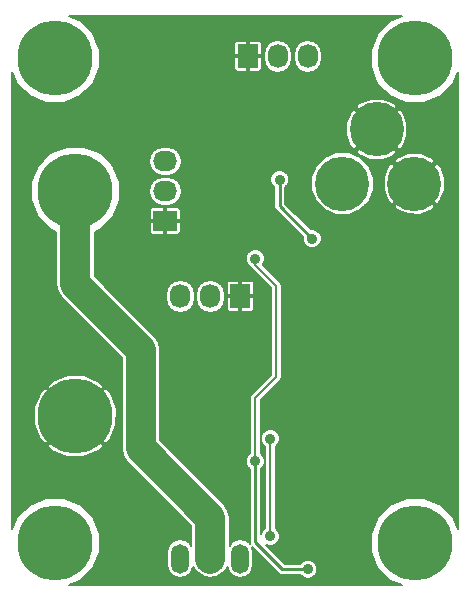
<source format=gbl>
G04 #@! TF.FileFunction,Copper,L2,Bot,Signal*
%FSLAX46Y46*%
G04 Gerber Fmt 4.6, Leading zero omitted, Abs format (unit mm)*
G04 Created by KiCad (PCBNEW 4.0.1-stable) date 2/13/2016 7:13:49 PM*
%MOMM*%
G01*
G04 APERTURE LIST*
%ADD10C,0.150000*%
%ADD11C,4.600000*%
%ADD12C,6.350000*%
%ADD13R,2.032000X1.727200*%
%ADD14O,2.032000X1.727200*%
%ADD15R,1.727200X2.032000*%
%ADD16O,1.727200X2.032000*%
%ADD17O,1.501140X2.499360*%
%ADD18C,0.889000*%
%ADD19C,0.203200*%
%ADD20C,2.540000*%
%ADD21C,0.635000*%
%ADD22C,0.254000*%
G04 APERTURE END LIST*
D10*
D11*
X34417000Y-14605000D03*
X28317000Y-14605000D03*
X31217000Y-10005000D03*
D12*
X4000000Y-4000000D03*
X4000000Y-45000000D03*
X34500000Y-4000000D03*
X34500000Y-45000000D03*
D13*
X13335000Y-17780000D03*
D14*
X13335000Y-15240000D03*
X13335000Y-12700000D03*
D15*
X20320000Y-3810000D03*
D16*
X22860000Y-3810000D03*
X25400000Y-3810000D03*
D17*
X17145000Y-46355000D03*
X19685000Y-46355000D03*
X14605000Y-46355000D03*
D15*
X19685000Y-24130000D03*
D16*
X17145000Y-24130000D03*
X14605000Y-24130000D03*
D12*
X5715000Y-15240000D03*
X5715000Y-34290000D03*
D18*
X29750000Y-34750000D03*
X6350000Y-8382000D03*
X16510000Y-6350000D03*
X26416000Y-35052000D03*
X36830000Y-27940000D03*
X31115000Y-20447000D03*
X31750000Y-30353000D03*
X13462000Y-6858000D03*
X26797000Y-27813000D03*
X19177000Y-36195000D03*
X20955000Y-15240000D03*
X22225000Y-44450000D03*
X22225000Y-36195000D03*
X23000000Y-14250000D03*
X25750000Y-19250000D03*
X25400000Y-47244000D03*
X20955000Y-38100000D03*
X20955000Y-20955000D03*
D19*
X22225000Y-44450000D02*
X22225000Y-36195000D01*
D20*
X17145000Y-46355000D02*
X17145000Y-42895000D01*
X11250000Y-37000000D02*
X11250000Y-28649000D01*
X17145000Y-42895000D02*
X11250000Y-37000000D01*
X5715000Y-15240000D02*
X5715000Y-23114000D01*
X5715000Y-23114000D02*
X11250000Y-28649000D01*
D21*
X5715000Y-16510000D02*
X5715000Y-15240000D01*
X17145000Y-46355000D02*
X17145000Y-45720000D01*
D22*
X23000000Y-16500000D02*
X23000000Y-14250000D01*
X25750000Y-19250000D02*
X23000000Y-16500000D01*
X20955000Y-38100000D02*
X20955000Y-44955000D01*
X23244000Y-47244000D02*
X25400000Y-47244000D01*
X20955000Y-44955000D02*
X23244000Y-47244000D01*
D19*
X20955000Y-38100000D02*
X20955000Y-32766000D01*
X20955000Y-21463000D02*
X20955000Y-20955000D01*
X22733000Y-23241000D02*
X20955000Y-21463000D01*
X22733000Y-30988000D02*
X22733000Y-23241000D01*
X20955000Y-32766000D02*
X22733000Y-30988000D01*
G36*
X32358997Y-789701D02*
X31293443Y-1853397D01*
X30716058Y-3243894D01*
X30714744Y-4749501D01*
X31289701Y-6141003D01*
X32353397Y-7206557D01*
X33743894Y-7783942D01*
X35249501Y-7785256D01*
X36641003Y-7210299D01*
X37706557Y-6146603D01*
X38120200Y-5150440D01*
X38120200Y-43851033D01*
X37710299Y-42858997D01*
X36646603Y-41793443D01*
X35256106Y-41216058D01*
X33750499Y-41214744D01*
X32358997Y-41789701D01*
X31293443Y-42853397D01*
X30716058Y-44243894D01*
X30714744Y-45749501D01*
X31289701Y-47141003D01*
X32353397Y-48206557D01*
X33349560Y-48620200D01*
X5148967Y-48620200D01*
X6141003Y-48210299D01*
X7206557Y-47146603D01*
X7783942Y-45756106D01*
X7785256Y-44250499D01*
X7210299Y-42858997D01*
X6146603Y-41793443D01*
X4756106Y-41216058D01*
X3250499Y-41214744D01*
X1858997Y-41789701D01*
X793443Y-42853397D01*
X379800Y-43849560D01*
X379800Y-36806971D01*
X3323752Y-36806971D01*
X3702130Y-37211723D01*
X4973446Y-37759612D01*
X6357656Y-37779284D01*
X7644028Y-37267744D01*
X7727870Y-37211723D01*
X8106248Y-36806971D01*
X5715000Y-34415724D01*
X3323752Y-36806971D01*
X379800Y-36806971D01*
X379800Y-34932656D01*
X2225716Y-34932656D01*
X2737256Y-36219028D01*
X2793277Y-36302870D01*
X3198029Y-36681248D01*
X5589276Y-34290000D01*
X5840724Y-34290000D01*
X8231971Y-36681248D01*
X8636723Y-36302870D01*
X9184612Y-35031554D01*
X9204284Y-33647344D01*
X8692744Y-32360972D01*
X8636723Y-32277130D01*
X8231971Y-31898752D01*
X5840724Y-34290000D01*
X5589276Y-34290000D01*
X3198029Y-31898752D01*
X2793277Y-32277130D01*
X2245388Y-33548446D01*
X2225716Y-34932656D01*
X379800Y-34932656D01*
X379800Y-31773029D01*
X3323752Y-31773029D01*
X5715000Y-34164276D01*
X8106248Y-31773029D01*
X7727870Y-31368277D01*
X6456554Y-30820388D01*
X5072344Y-30800716D01*
X3785972Y-31312256D01*
X3702130Y-31368277D01*
X3323752Y-31773029D01*
X379800Y-31773029D01*
X379800Y-15989501D01*
X1929744Y-15989501D01*
X2504701Y-17381003D01*
X3568397Y-18446557D01*
X4089400Y-18662896D01*
X4089400Y-23114000D01*
X4213141Y-23736091D01*
X4565527Y-24263473D01*
X9624400Y-29322346D01*
X9624400Y-37000000D01*
X9748141Y-37622091D01*
X10100527Y-38149473D01*
X15519400Y-43568346D01*
X15519400Y-45240142D01*
X15387180Y-45042261D01*
X15028313Y-44802473D01*
X14605000Y-44718271D01*
X14181687Y-44802473D01*
X13822820Y-45042261D01*
X13583032Y-45401128D01*
X13498830Y-45824441D01*
X13498830Y-46885559D01*
X13583032Y-47308872D01*
X13822820Y-47667739D01*
X14181687Y-47907527D01*
X14605000Y-47991729D01*
X15028313Y-47907527D01*
X15387180Y-47667739D01*
X15626968Y-47308872D01*
X15681534Y-47034549D01*
X15995527Y-47504473D01*
X16522910Y-47856859D01*
X16697972Y-47891681D01*
X16721687Y-47907527D01*
X17145000Y-47991729D01*
X17568313Y-47907527D01*
X17592028Y-47891681D01*
X17767090Y-47856859D01*
X18294473Y-47504473D01*
X18608466Y-47034549D01*
X18663032Y-47308872D01*
X18902820Y-47667739D01*
X19261687Y-47907527D01*
X19685000Y-47991729D01*
X20108313Y-47907527D01*
X20467180Y-47667739D01*
X20706968Y-47308872D01*
X20791170Y-46885559D01*
X20791170Y-45824441D01*
X20706968Y-45401128D01*
X20683488Y-45365988D01*
X22902750Y-47585250D01*
X23059317Y-47689864D01*
X23244000Y-47726600D01*
X24751233Y-47726600D01*
X24946188Y-47921896D01*
X25240152Y-48043961D01*
X25558452Y-48044239D01*
X25852628Y-47922687D01*
X26077896Y-47697812D01*
X26199961Y-47403848D01*
X26200239Y-47085548D01*
X26078687Y-46791372D01*
X25853812Y-46566104D01*
X25559848Y-46444039D01*
X25241548Y-46443761D01*
X24947372Y-46565313D01*
X24750942Y-46761400D01*
X23443900Y-46761400D01*
X21838237Y-45155737D01*
X22065152Y-45249961D01*
X22383452Y-45250239D01*
X22677628Y-45128687D01*
X22902896Y-44903812D01*
X23024961Y-44609848D01*
X23025239Y-44291548D01*
X22903687Y-43997372D01*
X22682200Y-43775498D01*
X22682200Y-36869123D01*
X22902896Y-36648812D01*
X23024961Y-36354848D01*
X23025239Y-36036548D01*
X22903687Y-35742372D01*
X22678812Y-35517104D01*
X22384848Y-35395039D01*
X22066548Y-35394761D01*
X21772372Y-35516313D01*
X21547104Y-35741188D01*
X21425039Y-36035152D01*
X21424761Y-36353452D01*
X21546313Y-36647628D01*
X21767800Y-36869502D01*
X21767800Y-43775877D01*
X21547104Y-43996188D01*
X21437600Y-44259902D01*
X21437600Y-38748767D01*
X21632896Y-38553812D01*
X21754961Y-38259848D01*
X21755239Y-37941548D01*
X21633687Y-37647372D01*
X21412200Y-37425498D01*
X21412200Y-32955378D01*
X23056289Y-31311289D01*
X23155398Y-31162963D01*
X23190200Y-30988000D01*
X23190200Y-23241000D01*
X23155398Y-23066037D01*
X23056289Y-22917711D01*
X21590106Y-21451528D01*
X21632896Y-21408812D01*
X21754961Y-21114848D01*
X21755239Y-20796548D01*
X21633687Y-20502372D01*
X21408812Y-20277104D01*
X21114848Y-20155039D01*
X20796548Y-20154761D01*
X20502372Y-20276313D01*
X20277104Y-20501188D01*
X20155039Y-20795152D01*
X20154761Y-21113452D01*
X20276313Y-21407628D01*
X20501188Y-21632896D01*
X20539979Y-21649004D01*
X20631711Y-21786289D01*
X22275800Y-23430378D01*
X22275800Y-30798622D01*
X20631711Y-32442711D01*
X20532602Y-32591037D01*
X20497800Y-32766000D01*
X20497800Y-37425877D01*
X20277104Y-37646188D01*
X20155039Y-37940152D01*
X20154761Y-38258452D01*
X20276313Y-38552628D01*
X20472400Y-38749058D01*
X20472400Y-44955000D01*
X20499328Y-45090373D01*
X20467180Y-45042261D01*
X20108313Y-44802473D01*
X19685000Y-44718271D01*
X19261687Y-44802473D01*
X18902820Y-45042261D01*
X18770600Y-45240142D01*
X18770600Y-42895000D01*
X18646859Y-42272910D01*
X18646859Y-42272909D01*
X18294473Y-41745527D01*
X12875600Y-36326654D01*
X12875600Y-28649000D01*
X12751859Y-28026910D01*
X12751859Y-28026909D01*
X12399473Y-27499527D01*
X8850675Y-23950729D01*
X13385800Y-23950729D01*
X13385800Y-24309271D01*
X13478606Y-24775839D01*
X13742895Y-25171376D01*
X14138432Y-25435665D01*
X14605000Y-25528471D01*
X15071568Y-25435665D01*
X15467105Y-25171376D01*
X15731394Y-24775839D01*
X15824200Y-24309271D01*
X15824200Y-23950729D01*
X15925800Y-23950729D01*
X15925800Y-24309271D01*
X16018606Y-24775839D01*
X16282895Y-25171376D01*
X16678432Y-25435665D01*
X17145000Y-25528471D01*
X17611568Y-25435665D01*
X18007105Y-25171376D01*
X18271394Y-24775839D01*
X18364200Y-24309271D01*
X18364200Y-24295100D01*
X18516600Y-24295100D01*
X18516600Y-25206628D01*
X18563003Y-25318655D01*
X18648744Y-25404397D01*
X18760771Y-25450800D01*
X19519900Y-25450800D01*
X19596100Y-25374600D01*
X19596100Y-24218900D01*
X19773900Y-24218900D01*
X19773900Y-25374600D01*
X19850100Y-25450800D01*
X20609229Y-25450800D01*
X20721256Y-25404397D01*
X20806997Y-25318655D01*
X20853400Y-25206628D01*
X20853400Y-24295100D01*
X20777200Y-24218900D01*
X19773900Y-24218900D01*
X19596100Y-24218900D01*
X18592800Y-24218900D01*
X18516600Y-24295100D01*
X18364200Y-24295100D01*
X18364200Y-23950729D01*
X18271394Y-23484161D01*
X18007105Y-23088624D01*
X17954347Y-23053372D01*
X18516600Y-23053372D01*
X18516600Y-23964900D01*
X18592800Y-24041100D01*
X19596100Y-24041100D01*
X19596100Y-22885400D01*
X19773900Y-22885400D01*
X19773900Y-24041100D01*
X20777200Y-24041100D01*
X20853400Y-23964900D01*
X20853400Y-23053372D01*
X20806997Y-22941345D01*
X20721256Y-22855603D01*
X20609229Y-22809200D01*
X19850100Y-22809200D01*
X19773900Y-22885400D01*
X19596100Y-22885400D01*
X19519900Y-22809200D01*
X18760771Y-22809200D01*
X18648744Y-22855603D01*
X18563003Y-22941345D01*
X18516600Y-23053372D01*
X17954347Y-23053372D01*
X17611568Y-22824335D01*
X17145000Y-22731529D01*
X16678432Y-22824335D01*
X16282895Y-23088624D01*
X16018606Y-23484161D01*
X15925800Y-23950729D01*
X15824200Y-23950729D01*
X15731394Y-23484161D01*
X15467105Y-23088624D01*
X15071568Y-22824335D01*
X14605000Y-22731529D01*
X14138432Y-22824335D01*
X13742895Y-23088624D01*
X13478606Y-23484161D01*
X13385800Y-23950729D01*
X8850675Y-23950729D01*
X7340600Y-22440654D01*
X7340600Y-18663259D01*
X7856003Y-18450299D01*
X8362084Y-17945100D01*
X12014200Y-17945100D01*
X12014200Y-18704229D01*
X12060603Y-18816256D01*
X12146345Y-18901997D01*
X12258372Y-18948400D01*
X13169900Y-18948400D01*
X13246100Y-18872200D01*
X13246100Y-17868900D01*
X13423900Y-17868900D01*
X13423900Y-18872200D01*
X13500100Y-18948400D01*
X14411628Y-18948400D01*
X14523655Y-18901997D01*
X14609397Y-18816256D01*
X14655800Y-18704229D01*
X14655800Y-17945100D01*
X14579600Y-17868900D01*
X13423900Y-17868900D01*
X13246100Y-17868900D01*
X12090400Y-17868900D01*
X12014200Y-17945100D01*
X8362084Y-17945100D01*
X8921557Y-17386603D01*
X9141977Y-16855771D01*
X12014200Y-16855771D01*
X12014200Y-17614900D01*
X12090400Y-17691100D01*
X13246100Y-17691100D01*
X13246100Y-16687800D01*
X13423900Y-16687800D01*
X13423900Y-17691100D01*
X14579600Y-17691100D01*
X14655800Y-17614900D01*
X14655800Y-16855771D01*
X14609397Y-16743744D01*
X14523655Y-16658003D01*
X14411628Y-16611600D01*
X13500100Y-16611600D01*
X13423900Y-16687800D01*
X13246100Y-16687800D01*
X13169900Y-16611600D01*
X12258372Y-16611600D01*
X12146345Y-16658003D01*
X12060603Y-16743744D01*
X12014200Y-16855771D01*
X9141977Y-16855771D01*
X9498942Y-15996106D01*
X9499601Y-15240000D01*
X11936529Y-15240000D01*
X12029335Y-15706568D01*
X12293624Y-16102105D01*
X12689161Y-16366394D01*
X13155729Y-16459200D01*
X13514271Y-16459200D01*
X13980839Y-16366394D01*
X14376376Y-16102105D01*
X14640665Y-15706568D01*
X14733471Y-15240000D01*
X14640665Y-14773432D01*
X14396794Y-14408452D01*
X22199761Y-14408452D01*
X22321313Y-14702628D01*
X22517400Y-14899058D01*
X22517400Y-16500000D01*
X22554136Y-16684683D01*
X22658750Y-16841250D01*
X24950002Y-19132502D01*
X24949761Y-19408452D01*
X25071313Y-19702628D01*
X25296188Y-19927896D01*
X25590152Y-20049961D01*
X25908452Y-20050239D01*
X26202628Y-19928687D01*
X26427896Y-19703812D01*
X26549961Y-19409848D01*
X26550239Y-19091548D01*
X26428687Y-18797372D01*
X26203812Y-18572104D01*
X25909848Y-18450039D01*
X25632297Y-18449797D01*
X23482600Y-16300100D01*
X23482600Y-15130914D01*
X25660940Y-15130914D01*
X26064379Y-16107311D01*
X26810760Y-16854995D01*
X27786451Y-17260138D01*
X28842914Y-17261060D01*
X29819311Y-16857621D01*
X30186719Y-16490853D01*
X32656871Y-16490853D01*
X32928738Y-16804663D01*
X33883799Y-17206757D01*
X34920036Y-17212757D01*
X35879690Y-16821750D01*
X35905262Y-16804663D01*
X36177129Y-16490853D01*
X34417000Y-14730724D01*
X32656871Y-16490853D01*
X30186719Y-16490853D01*
X30566995Y-16111240D01*
X30972138Y-15135549D01*
X30972162Y-15108036D01*
X31809243Y-15108036D01*
X32200250Y-16067690D01*
X32217337Y-16093262D01*
X32531147Y-16365129D01*
X34291276Y-14605000D01*
X34542724Y-14605000D01*
X36302853Y-16365129D01*
X36616663Y-16093262D01*
X37018757Y-15138201D01*
X37024757Y-14101964D01*
X36633750Y-13142310D01*
X36616663Y-13116738D01*
X36302853Y-12844871D01*
X34542724Y-14605000D01*
X34291276Y-14605000D01*
X32531147Y-12844871D01*
X32217337Y-13116738D01*
X31815243Y-14071799D01*
X31809243Y-15108036D01*
X30972162Y-15108036D01*
X30973060Y-14079086D01*
X30569621Y-13102689D01*
X30186748Y-12719147D01*
X32656871Y-12719147D01*
X34417000Y-14479276D01*
X36177129Y-12719147D01*
X35905262Y-12405337D01*
X34950201Y-12003243D01*
X33913964Y-11997243D01*
X32954310Y-12388250D01*
X32928738Y-12405337D01*
X32656871Y-12719147D01*
X30186748Y-12719147D01*
X29823240Y-12355005D01*
X28847549Y-11949862D01*
X27791086Y-11948940D01*
X26814689Y-12352379D01*
X26067005Y-13098760D01*
X25661862Y-14074451D01*
X25660940Y-15130914D01*
X23482600Y-15130914D01*
X23482600Y-14898767D01*
X23677896Y-14703812D01*
X23799961Y-14409848D01*
X23800239Y-14091548D01*
X23678687Y-13797372D01*
X23453812Y-13572104D01*
X23159848Y-13450039D01*
X22841548Y-13449761D01*
X22547372Y-13571313D01*
X22322104Y-13796188D01*
X22200039Y-14090152D01*
X22199761Y-14408452D01*
X14396794Y-14408452D01*
X14376376Y-14377895D01*
X13980839Y-14113606D01*
X13514271Y-14020800D01*
X13155729Y-14020800D01*
X12689161Y-14113606D01*
X12293624Y-14377895D01*
X12029335Y-14773432D01*
X11936529Y-15240000D01*
X9499601Y-15240000D01*
X9500256Y-14490499D01*
X8925299Y-13098997D01*
X8526998Y-12700000D01*
X11936529Y-12700000D01*
X12029335Y-13166568D01*
X12293624Y-13562105D01*
X12689161Y-13826394D01*
X13155729Y-13919200D01*
X13514271Y-13919200D01*
X13980839Y-13826394D01*
X14376376Y-13562105D01*
X14640665Y-13166568D01*
X14733471Y-12700000D01*
X14640665Y-12233432D01*
X14411762Y-11890853D01*
X29456871Y-11890853D01*
X29728738Y-12204663D01*
X30683799Y-12606757D01*
X31720036Y-12612757D01*
X32679690Y-12221750D01*
X32705262Y-12204663D01*
X32977129Y-11890853D01*
X31217000Y-10130724D01*
X29456871Y-11890853D01*
X14411762Y-11890853D01*
X14376376Y-11837895D01*
X13980839Y-11573606D01*
X13514271Y-11480800D01*
X13155729Y-11480800D01*
X12689161Y-11573606D01*
X12293624Y-11837895D01*
X12029335Y-12233432D01*
X11936529Y-12700000D01*
X8526998Y-12700000D01*
X7861603Y-12033443D01*
X6471106Y-11456058D01*
X4965499Y-11454744D01*
X3573997Y-12029701D01*
X2508443Y-13093397D01*
X1931058Y-14483894D01*
X1929744Y-15989501D01*
X379800Y-15989501D01*
X379800Y-10508036D01*
X28609243Y-10508036D01*
X29000250Y-11467690D01*
X29017337Y-11493262D01*
X29331147Y-11765129D01*
X31091276Y-10005000D01*
X31342724Y-10005000D01*
X33102853Y-11765129D01*
X33416663Y-11493262D01*
X33818757Y-10538201D01*
X33824757Y-9501964D01*
X33433750Y-8542310D01*
X33416663Y-8516738D01*
X33102853Y-8244871D01*
X31342724Y-10005000D01*
X31091276Y-10005000D01*
X29331147Y-8244871D01*
X29017337Y-8516738D01*
X28615243Y-9471799D01*
X28609243Y-10508036D01*
X379800Y-10508036D01*
X379800Y-8119147D01*
X29456871Y-8119147D01*
X31217000Y-9879276D01*
X32977129Y-8119147D01*
X32705262Y-7805337D01*
X31750201Y-7403243D01*
X30713964Y-7397243D01*
X29754310Y-7788250D01*
X29728738Y-7805337D01*
X29456871Y-8119147D01*
X379800Y-8119147D01*
X379800Y-5148967D01*
X789701Y-6141003D01*
X1853397Y-7206557D01*
X3243894Y-7783942D01*
X4749501Y-7785256D01*
X6141003Y-7210299D01*
X7206557Y-6146603D01*
X7783942Y-4756106D01*
X7784623Y-3975100D01*
X19151600Y-3975100D01*
X19151600Y-4886628D01*
X19198003Y-4998655D01*
X19283744Y-5084397D01*
X19395771Y-5130800D01*
X20154900Y-5130800D01*
X20231100Y-5054600D01*
X20231100Y-3898900D01*
X20408900Y-3898900D01*
X20408900Y-5054600D01*
X20485100Y-5130800D01*
X21244229Y-5130800D01*
X21356256Y-5084397D01*
X21441997Y-4998655D01*
X21488400Y-4886628D01*
X21488400Y-3975100D01*
X21412200Y-3898900D01*
X20408900Y-3898900D01*
X20231100Y-3898900D01*
X19227800Y-3898900D01*
X19151600Y-3975100D01*
X7784623Y-3975100D01*
X7785256Y-3250499D01*
X7571584Y-2733372D01*
X19151600Y-2733372D01*
X19151600Y-3644900D01*
X19227800Y-3721100D01*
X20231100Y-3721100D01*
X20231100Y-2565400D01*
X20408900Y-2565400D01*
X20408900Y-3721100D01*
X21412200Y-3721100D01*
X21488400Y-3644900D01*
X21488400Y-3630729D01*
X21640800Y-3630729D01*
X21640800Y-3989271D01*
X21733606Y-4455839D01*
X21997895Y-4851376D01*
X22393432Y-5115665D01*
X22860000Y-5208471D01*
X23326568Y-5115665D01*
X23722105Y-4851376D01*
X23986394Y-4455839D01*
X24079200Y-3989271D01*
X24079200Y-3630729D01*
X24180800Y-3630729D01*
X24180800Y-3989271D01*
X24273606Y-4455839D01*
X24537895Y-4851376D01*
X24933432Y-5115665D01*
X25400000Y-5208471D01*
X25866568Y-5115665D01*
X26262105Y-4851376D01*
X26526394Y-4455839D01*
X26619200Y-3989271D01*
X26619200Y-3630729D01*
X26526394Y-3164161D01*
X26262105Y-2768624D01*
X25866568Y-2504335D01*
X25400000Y-2411529D01*
X24933432Y-2504335D01*
X24537895Y-2768624D01*
X24273606Y-3164161D01*
X24180800Y-3630729D01*
X24079200Y-3630729D01*
X23986394Y-3164161D01*
X23722105Y-2768624D01*
X23326568Y-2504335D01*
X22860000Y-2411529D01*
X22393432Y-2504335D01*
X21997895Y-2768624D01*
X21733606Y-3164161D01*
X21640800Y-3630729D01*
X21488400Y-3630729D01*
X21488400Y-2733372D01*
X21441997Y-2621345D01*
X21356256Y-2535603D01*
X21244229Y-2489200D01*
X20485100Y-2489200D01*
X20408900Y-2565400D01*
X20231100Y-2565400D01*
X20154900Y-2489200D01*
X19395771Y-2489200D01*
X19283744Y-2535603D01*
X19198003Y-2621345D01*
X19151600Y-2733372D01*
X7571584Y-2733372D01*
X7210299Y-1858997D01*
X6146603Y-793443D01*
X5150440Y-379800D01*
X33351033Y-379800D01*
X32358997Y-789701D01*
X32358997Y-789701D01*
G37*
X32358997Y-789701D02*
X31293443Y-1853397D01*
X30716058Y-3243894D01*
X30714744Y-4749501D01*
X31289701Y-6141003D01*
X32353397Y-7206557D01*
X33743894Y-7783942D01*
X35249501Y-7785256D01*
X36641003Y-7210299D01*
X37706557Y-6146603D01*
X38120200Y-5150440D01*
X38120200Y-43851033D01*
X37710299Y-42858997D01*
X36646603Y-41793443D01*
X35256106Y-41216058D01*
X33750499Y-41214744D01*
X32358997Y-41789701D01*
X31293443Y-42853397D01*
X30716058Y-44243894D01*
X30714744Y-45749501D01*
X31289701Y-47141003D01*
X32353397Y-48206557D01*
X33349560Y-48620200D01*
X5148967Y-48620200D01*
X6141003Y-48210299D01*
X7206557Y-47146603D01*
X7783942Y-45756106D01*
X7785256Y-44250499D01*
X7210299Y-42858997D01*
X6146603Y-41793443D01*
X4756106Y-41216058D01*
X3250499Y-41214744D01*
X1858997Y-41789701D01*
X793443Y-42853397D01*
X379800Y-43849560D01*
X379800Y-36806971D01*
X3323752Y-36806971D01*
X3702130Y-37211723D01*
X4973446Y-37759612D01*
X6357656Y-37779284D01*
X7644028Y-37267744D01*
X7727870Y-37211723D01*
X8106248Y-36806971D01*
X5715000Y-34415724D01*
X3323752Y-36806971D01*
X379800Y-36806971D01*
X379800Y-34932656D01*
X2225716Y-34932656D01*
X2737256Y-36219028D01*
X2793277Y-36302870D01*
X3198029Y-36681248D01*
X5589276Y-34290000D01*
X5840724Y-34290000D01*
X8231971Y-36681248D01*
X8636723Y-36302870D01*
X9184612Y-35031554D01*
X9204284Y-33647344D01*
X8692744Y-32360972D01*
X8636723Y-32277130D01*
X8231971Y-31898752D01*
X5840724Y-34290000D01*
X5589276Y-34290000D01*
X3198029Y-31898752D01*
X2793277Y-32277130D01*
X2245388Y-33548446D01*
X2225716Y-34932656D01*
X379800Y-34932656D01*
X379800Y-31773029D01*
X3323752Y-31773029D01*
X5715000Y-34164276D01*
X8106248Y-31773029D01*
X7727870Y-31368277D01*
X6456554Y-30820388D01*
X5072344Y-30800716D01*
X3785972Y-31312256D01*
X3702130Y-31368277D01*
X3323752Y-31773029D01*
X379800Y-31773029D01*
X379800Y-15989501D01*
X1929744Y-15989501D01*
X2504701Y-17381003D01*
X3568397Y-18446557D01*
X4089400Y-18662896D01*
X4089400Y-23114000D01*
X4213141Y-23736091D01*
X4565527Y-24263473D01*
X9624400Y-29322346D01*
X9624400Y-37000000D01*
X9748141Y-37622091D01*
X10100527Y-38149473D01*
X15519400Y-43568346D01*
X15519400Y-45240142D01*
X15387180Y-45042261D01*
X15028313Y-44802473D01*
X14605000Y-44718271D01*
X14181687Y-44802473D01*
X13822820Y-45042261D01*
X13583032Y-45401128D01*
X13498830Y-45824441D01*
X13498830Y-46885559D01*
X13583032Y-47308872D01*
X13822820Y-47667739D01*
X14181687Y-47907527D01*
X14605000Y-47991729D01*
X15028313Y-47907527D01*
X15387180Y-47667739D01*
X15626968Y-47308872D01*
X15681534Y-47034549D01*
X15995527Y-47504473D01*
X16522910Y-47856859D01*
X16697972Y-47891681D01*
X16721687Y-47907527D01*
X17145000Y-47991729D01*
X17568313Y-47907527D01*
X17592028Y-47891681D01*
X17767090Y-47856859D01*
X18294473Y-47504473D01*
X18608466Y-47034549D01*
X18663032Y-47308872D01*
X18902820Y-47667739D01*
X19261687Y-47907527D01*
X19685000Y-47991729D01*
X20108313Y-47907527D01*
X20467180Y-47667739D01*
X20706968Y-47308872D01*
X20791170Y-46885559D01*
X20791170Y-45824441D01*
X20706968Y-45401128D01*
X20683488Y-45365988D01*
X22902750Y-47585250D01*
X23059317Y-47689864D01*
X23244000Y-47726600D01*
X24751233Y-47726600D01*
X24946188Y-47921896D01*
X25240152Y-48043961D01*
X25558452Y-48044239D01*
X25852628Y-47922687D01*
X26077896Y-47697812D01*
X26199961Y-47403848D01*
X26200239Y-47085548D01*
X26078687Y-46791372D01*
X25853812Y-46566104D01*
X25559848Y-46444039D01*
X25241548Y-46443761D01*
X24947372Y-46565313D01*
X24750942Y-46761400D01*
X23443900Y-46761400D01*
X21838237Y-45155737D01*
X22065152Y-45249961D01*
X22383452Y-45250239D01*
X22677628Y-45128687D01*
X22902896Y-44903812D01*
X23024961Y-44609848D01*
X23025239Y-44291548D01*
X22903687Y-43997372D01*
X22682200Y-43775498D01*
X22682200Y-36869123D01*
X22902896Y-36648812D01*
X23024961Y-36354848D01*
X23025239Y-36036548D01*
X22903687Y-35742372D01*
X22678812Y-35517104D01*
X22384848Y-35395039D01*
X22066548Y-35394761D01*
X21772372Y-35516313D01*
X21547104Y-35741188D01*
X21425039Y-36035152D01*
X21424761Y-36353452D01*
X21546313Y-36647628D01*
X21767800Y-36869502D01*
X21767800Y-43775877D01*
X21547104Y-43996188D01*
X21437600Y-44259902D01*
X21437600Y-38748767D01*
X21632896Y-38553812D01*
X21754961Y-38259848D01*
X21755239Y-37941548D01*
X21633687Y-37647372D01*
X21412200Y-37425498D01*
X21412200Y-32955378D01*
X23056289Y-31311289D01*
X23155398Y-31162963D01*
X23190200Y-30988000D01*
X23190200Y-23241000D01*
X23155398Y-23066037D01*
X23056289Y-22917711D01*
X21590106Y-21451528D01*
X21632896Y-21408812D01*
X21754961Y-21114848D01*
X21755239Y-20796548D01*
X21633687Y-20502372D01*
X21408812Y-20277104D01*
X21114848Y-20155039D01*
X20796548Y-20154761D01*
X20502372Y-20276313D01*
X20277104Y-20501188D01*
X20155039Y-20795152D01*
X20154761Y-21113452D01*
X20276313Y-21407628D01*
X20501188Y-21632896D01*
X20539979Y-21649004D01*
X20631711Y-21786289D01*
X22275800Y-23430378D01*
X22275800Y-30798622D01*
X20631711Y-32442711D01*
X20532602Y-32591037D01*
X20497800Y-32766000D01*
X20497800Y-37425877D01*
X20277104Y-37646188D01*
X20155039Y-37940152D01*
X20154761Y-38258452D01*
X20276313Y-38552628D01*
X20472400Y-38749058D01*
X20472400Y-44955000D01*
X20499328Y-45090373D01*
X20467180Y-45042261D01*
X20108313Y-44802473D01*
X19685000Y-44718271D01*
X19261687Y-44802473D01*
X18902820Y-45042261D01*
X18770600Y-45240142D01*
X18770600Y-42895000D01*
X18646859Y-42272910D01*
X18646859Y-42272909D01*
X18294473Y-41745527D01*
X12875600Y-36326654D01*
X12875600Y-28649000D01*
X12751859Y-28026910D01*
X12751859Y-28026909D01*
X12399473Y-27499527D01*
X8850675Y-23950729D01*
X13385800Y-23950729D01*
X13385800Y-24309271D01*
X13478606Y-24775839D01*
X13742895Y-25171376D01*
X14138432Y-25435665D01*
X14605000Y-25528471D01*
X15071568Y-25435665D01*
X15467105Y-25171376D01*
X15731394Y-24775839D01*
X15824200Y-24309271D01*
X15824200Y-23950729D01*
X15925800Y-23950729D01*
X15925800Y-24309271D01*
X16018606Y-24775839D01*
X16282895Y-25171376D01*
X16678432Y-25435665D01*
X17145000Y-25528471D01*
X17611568Y-25435665D01*
X18007105Y-25171376D01*
X18271394Y-24775839D01*
X18364200Y-24309271D01*
X18364200Y-24295100D01*
X18516600Y-24295100D01*
X18516600Y-25206628D01*
X18563003Y-25318655D01*
X18648744Y-25404397D01*
X18760771Y-25450800D01*
X19519900Y-25450800D01*
X19596100Y-25374600D01*
X19596100Y-24218900D01*
X19773900Y-24218900D01*
X19773900Y-25374600D01*
X19850100Y-25450800D01*
X20609229Y-25450800D01*
X20721256Y-25404397D01*
X20806997Y-25318655D01*
X20853400Y-25206628D01*
X20853400Y-24295100D01*
X20777200Y-24218900D01*
X19773900Y-24218900D01*
X19596100Y-24218900D01*
X18592800Y-24218900D01*
X18516600Y-24295100D01*
X18364200Y-24295100D01*
X18364200Y-23950729D01*
X18271394Y-23484161D01*
X18007105Y-23088624D01*
X17954347Y-23053372D01*
X18516600Y-23053372D01*
X18516600Y-23964900D01*
X18592800Y-24041100D01*
X19596100Y-24041100D01*
X19596100Y-22885400D01*
X19773900Y-22885400D01*
X19773900Y-24041100D01*
X20777200Y-24041100D01*
X20853400Y-23964900D01*
X20853400Y-23053372D01*
X20806997Y-22941345D01*
X20721256Y-22855603D01*
X20609229Y-22809200D01*
X19850100Y-22809200D01*
X19773900Y-22885400D01*
X19596100Y-22885400D01*
X19519900Y-22809200D01*
X18760771Y-22809200D01*
X18648744Y-22855603D01*
X18563003Y-22941345D01*
X18516600Y-23053372D01*
X17954347Y-23053372D01*
X17611568Y-22824335D01*
X17145000Y-22731529D01*
X16678432Y-22824335D01*
X16282895Y-23088624D01*
X16018606Y-23484161D01*
X15925800Y-23950729D01*
X15824200Y-23950729D01*
X15731394Y-23484161D01*
X15467105Y-23088624D01*
X15071568Y-22824335D01*
X14605000Y-22731529D01*
X14138432Y-22824335D01*
X13742895Y-23088624D01*
X13478606Y-23484161D01*
X13385800Y-23950729D01*
X8850675Y-23950729D01*
X7340600Y-22440654D01*
X7340600Y-18663259D01*
X7856003Y-18450299D01*
X8362084Y-17945100D01*
X12014200Y-17945100D01*
X12014200Y-18704229D01*
X12060603Y-18816256D01*
X12146345Y-18901997D01*
X12258372Y-18948400D01*
X13169900Y-18948400D01*
X13246100Y-18872200D01*
X13246100Y-17868900D01*
X13423900Y-17868900D01*
X13423900Y-18872200D01*
X13500100Y-18948400D01*
X14411628Y-18948400D01*
X14523655Y-18901997D01*
X14609397Y-18816256D01*
X14655800Y-18704229D01*
X14655800Y-17945100D01*
X14579600Y-17868900D01*
X13423900Y-17868900D01*
X13246100Y-17868900D01*
X12090400Y-17868900D01*
X12014200Y-17945100D01*
X8362084Y-17945100D01*
X8921557Y-17386603D01*
X9141977Y-16855771D01*
X12014200Y-16855771D01*
X12014200Y-17614900D01*
X12090400Y-17691100D01*
X13246100Y-17691100D01*
X13246100Y-16687800D01*
X13423900Y-16687800D01*
X13423900Y-17691100D01*
X14579600Y-17691100D01*
X14655800Y-17614900D01*
X14655800Y-16855771D01*
X14609397Y-16743744D01*
X14523655Y-16658003D01*
X14411628Y-16611600D01*
X13500100Y-16611600D01*
X13423900Y-16687800D01*
X13246100Y-16687800D01*
X13169900Y-16611600D01*
X12258372Y-16611600D01*
X12146345Y-16658003D01*
X12060603Y-16743744D01*
X12014200Y-16855771D01*
X9141977Y-16855771D01*
X9498942Y-15996106D01*
X9499601Y-15240000D01*
X11936529Y-15240000D01*
X12029335Y-15706568D01*
X12293624Y-16102105D01*
X12689161Y-16366394D01*
X13155729Y-16459200D01*
X13514271Y-16459200D01*
X13980839Y-16366394D01*
X14376376Y-16102105D01*
X14640665Y-15706568D01*
X14733471Y-15240000D01*
X14640665Y-14773432D01*
X14396794Y-14408452D01*
X22199761Y-14408452D01*
X22321313Y-14702628D01*
X22517400Y-14899058D01*
X22517400Y-16500000D01*
X22554136Y-16684683D01*
X22658750Y-16841250D01*
X24950002Y-19132502D01*
X24949761Y-19408452D01*
X25071313Y-19702628D01*
X25296188Y-19927896D01*
X25590152Y-20049961D01*
X25908452Y-20050239D01*
X26202628Y-19928687D01*
X26427896Y-19703812D01*
X26549961Y-19409848D01*
X26550239Y-19091548D01*
X26428687Y-18797372D01*
X26203812Y-18572104D01*
X25909848Y-18450039D01*
X25632297Y-18449797D01*
X23482600Y-16300100D01*
X23482600Y-15130914D01*
X25660940Y-15130914D01*
X26064379Y-16107311D01*
X26810760Y-16854995D01*
X27786451Y-17260138D01*
X28842914Y-17261060D01*
X29819311Y-16857621D01*
X30186719Y-16490853D01*
X32656871Y-16490853D01*
X32928738Y-16804663D01*
X33883799Y-17206757D01*
X34920036Y-17212757D01*
X35879690Y-16821750D01*
X35905262Y-16804663D01*
X36177129Y-16490853D01*
X34417000Y-14730724D01*
X32656871Y-16490853D01*
X30186719Y-16490853D01*
X30566995Y-16111240D01*
X30972138Y-15135549D01*
X30972162Y-15108036D01*
X31809243Y-15108036D01*
X32200250Y-16067690D01*
X32217337Y-16093262D01*
X32531147Y-16365129D01*
X34291276Y-14605000D01*
X34542724Y-14605000D01*
X36302853Y-16365129D01*
X36616663Y-16093262D01*
X37018757Y-15138201D01*
X37024757Y-14101964D01*
X36633750Y-13142310D01*
X36616663Y-13116738D01*
X36302853Y-12844871D01*
X34542724Y-14605000D01*
X34291276Y-14605000D01*
X32531147Y-12844871D01*
X32217337Y-13116738D01*
X31815243Y-14071799D01*
X31809243Y-15108036D01*
X30972162Y-15108036D01*
X30973060Y-14079086D01*
X30569621Y-13102689D01*
X30186748Y-12719147D01*
X32656871Y-12719147D01*
X34417000Y-14479276D01*
X36177129Y-12719147D01*
X35905262Y-12405337D01*
X34950201Y-12003243D01*
X33913964Y-11997243D01*
X32954310Y-12388250D01*
X32928738Y-12405337D01*
X32656871Y-12719147D01*
X30186748Y-12719147D01*
X29823240Y-12355005D01*
X28847549Y-11949862D01*
X27791086Y-11948940D01*
X26814689Y-12352379D01*
X26067005Y-13098760D01*
X25661862Y-14074451D01*
X25660940Y-15130914D01*
X23482600Y-15130914D01*
X23482600Y-14898767D01*
X23677896Y-14703812D01*
X23799961Y-14409848D01*
X23800239Y-14091548D01*
X23678687Y-13797372D01*
X23453812Y-13572104D01*
X23159848Y-13450039D01*
X22841548Y-13449761D01*
X22547372Y-13571313D01*
X22322104Y-13796188D01*
X22200039Y-14090152D01*
X22199761Y-14408452D01*
X14396794Y-14408452D01*
X14376376Y-14377895D01*
X13980839Y-14113606D01*
X13514271Y-14020800D01*
X13155729Y-14020800D01*
X12689161Y-14113606D01*
X12293624Y-14377895D01*
X12029335Y-14773432D01*
X11936529Y-15240000D01*
X9499601Y-15240000D01*
X9500256Y-14490499D01*
X8925299Y-13098997D01*
X8526998Y-12700000D01*
X11936529Y-12700000D01*
X12029335Y-13166568D01*
X12293624Y-13562105D01*
X12689161Y-13826394D01*
X13155729Y-13919200D01*
X13514271Y-13919200D01*
X13980839Y-13826394D01*
X14376376Y-13562105D01*
X14640665Y-13166568D01*
X14733471Y-12700000D01*
X14640665Y-12233432D01*
X14411762Y-11890853D01*
X29456871Y-11890853D01*
X29728738Y-12204663D01*
X30683799Y-12606757D01*
X31720036Y-12612757D01*
X32679690Y-12221750D01*
X32705262Y-12204663D01*
X32977129Y-11890853D01*
X31217000Y-10130724D01*
X29456871Y-11890853D01*
X14411762Y-11890853D01*
X14376376Y-11837895D01*
X13980839Y-11573606D01*
X13514271Y-11480800D01*
X13155729Y-11480800D01*
X12689161Y-11573606D01*
X12293624Y-11837895D01*
X12029335Y-12233432D01*
X11936529Y-12700000D01*
X8526998Y-12700000D01*
X7861603Y-12033443D01*
X6471106Y-11456058D01*
X4965499Y-11454744D01*
X3573997Y-12029701D01*
X2508443Y-13093397D01*
X1931058Y-14483894D01*
X1929744Y-15989501D01*
X379800Y-15989501D01*
X379800Y-10508036D01*
X28609243Y-10508036D01*
X29000250Y-11467690D01*
X29017337Y-11493262D01*
X29331147Y-11765129D01*
X31091276Y-10005000D01*
X31342724Y-10005000D01*
X33102853Y-11765129D01*
X33416663Y-11493262D01*
X33818757Y-10538201D01*
X33824757Y-9501964D01*
X33433750Y-8542310D01*
X33416663Y-8516738D01*
X33102853Y-8244871D01*
X31342724Y-10005000D01*
X31091276Y-10005000D01*
X29331147Y-8244871D01*
X29017337Y-8516738D01*
X28615243Y-9471799D01*
X28609243Y-10508036D01*
X379800Y-10508036D01*
X379800Y-8119147D01*
X29456871Y-8119147D01*
X31217000Y-9879276D01*
X32977129Y-8119147D01*
X32705262Y-7805337D01*
X31750201Y-7403243D01*
X30713964Y-7397243D01*
X29754310Y-7788250D01*
X29728738Y-7805337D01*
X29456871Y-8119147D01*
X379800Y-8119147D01*
X379800Y-5148967D01*
X789701Y-6141003D01*
X1853397Y-7206557D01*
X3243894Y-7783942D01*
X4749501Y-7785256D01*
X6141003Y-7210299D01*
X7206557Y-6146603D01*
X7783942Y-4756106D01*
X7784623Y-3975100D01*
X19151600Y-3975100D01*
X19151600Y-4886628D01*
X19198003Y-4998655D01*
X19283744Y-5084397D01*
X19395771Y-5130800D01*
X20154900Y-5130800D01*
X20231100Y-5054600D01*
X20231100Y-3898900D01*
X20408900Y-3898900D01*
X20408900Y-5054600D01*
X20485100Y-5130800D01*
X21244229Y-5130800D01*
X21356256Y-5084397D01*
X21441997Y-4998655D01*
X21488400Y-4886628D01*
X21488400Y-3975100D01*
X21412200Y-3898900D01*
X20408900Y-3898900D01*
X20231100Y-3898900D01*
X19227800Y-3898900D01*
X19151600Y-3975100D01*
X7784623Y-3975100D01*
X7785256Y-3250499D01*
X7571584Y-2733372D01*
X19151600Y-2733372D01*
X19151600Y-3644900D01*
X19227800Y-3721100D01*
X20231100Y-3721100D01*
X20231100Y-2565400D01*
X20408900Y-2565400D01*
X20408900Y-3721100D01*
X21412200Y-3721100D01*
X21488400Y-3644900D01*
X21488400Y-3630729D01*
X21640800Y-3630729D01*
X21640800Y-3989271D01*
X21733606Y-4455839D01*
X21997895Y-4851376D01*
X22393432Y-5115665D01*
X22860000Y-5208471D01*
X23326568Y-5115665D01*
X23722105Y-4851376D01*
X23986394Y-4455839D01*
X24079200Y-3989271D01*
X24079200Y-3630729D01*
X24180800Y-3630729D01*
X24180800Y-3989271D01*
X24273606Y-4455839D01*
X24537895Y-4851376D01*
X24933432Y-5115665D01*
X25400000Y-5208471D01*
X25866568Y-5115665D01*
X26262105Y-4851376D01*
X26526394Y-4455839D01*
X26619200Y-3989271D01*
X26619200Y-3630729D01*
X26526394Y-3164161D01*
X26262105Y-2768624D01*
X25866568Y-2504335D01*
X25400000Y-2411529D01*
X24933432Y-2504335D01*
X24537895Y-2768624D01*
X24273606Y-3164161D01*
X24180800Y-3630729D01*
X24079200Y-3630729D01*
X23986394Y-3164161D01*
X23722105Y-2768624D01*
X23326568Y-2504335D01*
X22860000Y-2411529D01*
X22393432Y-2504335D01*
X21997895Y-2768624D01*
X21733606Y-3164161D01*
X21640800Y-3630729D01*
X21488400Y-3630729D01*
X21488400Y-2733372D01*
X21441997Y-2621345D01*
X21356256Y-2535603D01*
X21244229Y-2489200D01*
X20485100Y-2489200D01*
X20408900Y-2565400D01*
X20231100Y-2565400D01*
X20154900Y-2489200D01*
X19395771Y-2489200D01*
X19283744Y-2535603D01*
X19198003Y-2621345D01*
X19151600Y-2733372D01*
X7571584Y-2733372D01*
X7210299Y-1858997D01*
X6146603Y-793443D01*
X5150440Y-379800D01*
X33351033Y-379800D01*
X32358997Y-789701D01*
M02*

</source>
